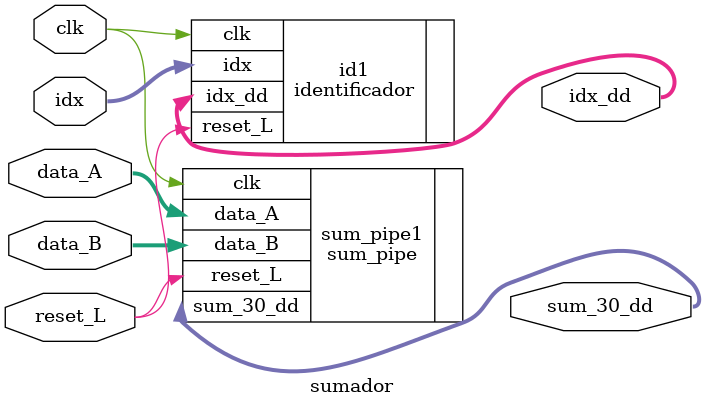
<source format=v>
`include "sum_pipe.v"
`include "identificador.v"

module sumador(
	input clk,
	input reset_L,
	input [3:0] idx,
	input [3:0] data_A,
	input [3:0] data_B,
	output [3:0] sum_30_dd,
	output [3:0] idx_dd
);
    sum_pipe sum_pipe1  (/*AUTOINST*/
			 // Outputs
			 .sum_30_dd		(sum_30_dd[3:0]),
			 // Inputs
			 .clk			(clk),
			 .reset_L		(reset_L),
			 .data_A		(data_A[3:0]),
			 .data_B		(data_B[3:0]));
    
    identificador id1   (/*AUTOINST*/
			 // Outputs
			 .idx_dd		(idx_dd[3:0]),
			 // Inputs
			 .clk			(clk),
			 .reset_L		(reset_L),
			 .idx			(idx[3:0]));
endmodule

</source>
